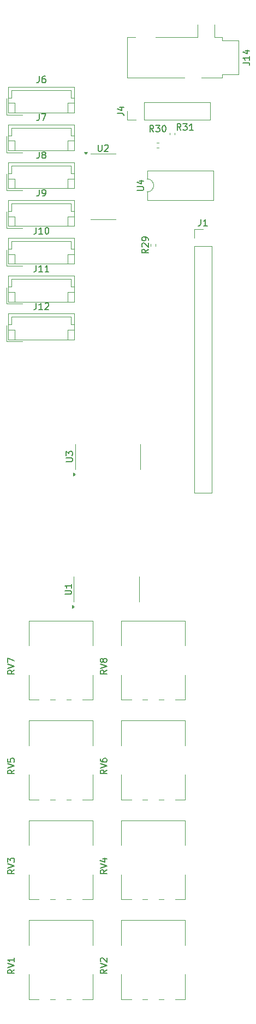
<source format=gbr>
%TF.GenerationSoftware,KiCad,Pcbnew,8.0.8*%
%TF.CreationDate,2025-03-24T10:48:50+01:00*%
%TF.ProjectId,Unit,556e6974-2e6b-4696-9361-645f70636258,rev?*%
%TF.SameCoordinates,Original*%
%TF.FileFunction,Legend,Top*%
%TF.FilePolarity,Positive*%
%FSLAX46Y46*%
G04 Gerber Fmt 4.6, Leading zero omitted, Abs format (unit mm)*
G04 Created by KiCad (PCBNEW 8.0.8) date 2025-03-24 10:48:50*
%MOMM*%
%LPD*%
G01*
G04 APERTURE LIST*
%ADD10C,0.150000*%
%ADD11C,0.120000*%
G04 APERTURE END LIST*
D10*
X160577015Y-32734819D02*
X160243682Y-32258628D01*
X160005587Y-32734819D02*
X160005587Y-31734819D01*
X160005587Y-31734819D02*
X160386539Y-31734819D01*
X160386539Y-31734819D02*
X160481777Y-31782438D01*
X160481777Y-31782438D02*
X160529396Y-31830057D01*
X160529396Y-31830057D02*
X160577015Y-31925295D01*
X160577015Y-31925295D02*
X160577015Y-32068152D01*
X160577015Y-32068152D02*
X160529396Y-32163390D01*
X160529396Y-32163390D02*
X160481777Y-32211009D01*
X160481777Y-32211009D02*
X160386539Y-32258628D01*
X160386539Y-32258628D02*
X160005587Y-32258628D01*
X160910349Y-31734819D02*
X161529396Y-31734819D01*
X161529396Y-31734819D02*
X161196063Y-32115771D01*
X161196063Y-32115771D02*
X161338920Y-32115771D01*
X161338920Y-32115771D02*
X161434158Y-32163390D01*
X161434158Y-32163390D02*
X161481777Y-32211009D01*
X161481777Y-32211009D02*
X161529396Y-32306247D01*
X161529396Y-32306247D02*
X161529396Y-32544342D01*
X161529396Y-32544342D02*
X161481777Y-32639580D01*
X161481777Y-32639580D02*
X161434158Y-32687200D01*
X161434158Y-32687200D02*
X161338920Y-32734819D01*
X161338920Y-32734819D02*
X161053206Y-32734819D01*
X161053206Y-32734819D02*
X160957968Y-32687200D01*
X160957968Y-32687200D02*
X160910349Y-32639580D01*
X162481777Y-32734819D02*
X161910349Y-32734819D01*
X162196063Y-32734819D02*
X162196063Y-31734819D01*
X162196063Y-31734819D02*
X162100825Y-31877676D01*
X162100825Y-31877676D02*
X162005587Y-31972914D01*
X162005587Y-31972914D02*
X161910349Y-32020533D01*
X134732356Y-131775238D02*
X134256165Y-132108571D01*
X134732356Y-132346666D02*
X133732356Y-132346666D01*
X133732356Y-132346666D02*
X133732356Y-131965714D01*
X133732356Y-131965714D02*
X133779975Y-131870476D01*
X133779975Y-131870476D02*
X133827594Y-131822857D01*
X133827594Y-131822857D02*
X133922832Y-131775238D01*
X133922832Y-131775238D02*
X134065689Y-131775238D01*
X134065689Y-131775238D02*
X134160927Y-131822857D01*
X134160927Y-131822857D02*
X134208546Y-131870476D01*
X134208546Y-131870476D02*
X134256165Y-131965714D01*
X134256165Y-131965714D02*
X134256165Y-132346666D01*
X133732356Y-131489523D02*
X134732356Y-131156190D01*
X134732356Y-131156190D02*
X133732356Y-130822857D01*
X133732356Y-130013333D02*
X133732356Y-130489523D01*
X133732356Y-130489523D02*
X134208546Y-130537142D01*
X134208546Y-130537142D02*
X134160927Y-130489523D01*
X134160927Y-130489523D02*
X134113308Y-130394285D01*
X134113308Y-130394285D02*
X134113308Y-130156190D01*
X134113308Y-130156190D02*
X134160927Y-130060952D01*
X134160927Y-130060952D02*
X134208546Y-130013333D01*
X134208546Y-130013333D02*
X134303784Y-129965714D01*
X134303784Y-129965714D02*
X134541879Y-129965714D01*
X134541879Y-129965714D02*
X134637117Y-130013333D01*
X134637117Y-130013333D02*
X134684737Y-130060952D01*
X134684737Y-130060952D02*
X134732356Y-130156190D01*
X134732356Y-130156190D02*
X134732356Y-130394285D01*
X134732356Y-130394285D02*
X134684737Y-130489523D01*
X134684737Y-130489523D02*
X134637117Y-130537142D01*
X138118013Y-47784819D02*
X138118013Y-48499104D01*
X138118013Y-48499104D02*
X138070394Y-48641961D01*
X138070394Y-48641961D02*
X137975156Y-48737200D01*
X137975156Y-48737200D02*
X137832299Y-48784819D01*
X137832299Y-48784819D02*
X137737061Y-48784819D01*
X139118013Y-48784819D02*
X138546585Y-48784819D01*
X138832299Y-48784819D02*
X138832299Y-47784819D01*
X138832299Y-47784819D02*
X138737061Y-47927676D01*
X138737061Y-47927676D02*
X138641823Y-48022914D01*
X138641823Y-48022914D02*
X138546585Y-48070533D01*
X139737061Y-47784819D02*
X139832299Y-47784819D01*
X139832299Y-47784819D02*
X139927537Y-47832438D01*
X139927537Y-47832438D02*
X139975156Y-47880057D01*
X139975156Y-47880057D02*
X140022775Y-47975295D01*
X140022775Y-47975295D02*
X140070394Y-48165771D01*
X140070394Y-48165771D02*
X140070394Y-48403866D01*
X140070394Y-48403866D02*
X140022775Y-48594342D01*
X140022775Y-48594342D02*
X139975156Y-48689580D01*
X139975156Y-48689580D02*
X139927537Y-48737200D01*
X139927537Y-48737200D02*
X139832299Y-48784819D01*
X139832299Y-48784819D02*
X139737061Y-48784819D01*
X139737061Y-48784819D02*
X139641823Y-48737200D01*
X139641823Y-48737200D02*
X139594204Y-48689580D01*
X139594204Y-48689580D02*
X139546585Y-48594342D01*
X139546585Y-48594342D02*
X139498966Y-48403866D01*
X139498966Y-48403866D02*
X139498966Y-48165771D01*
X139498966Y-48165771D02*
X139546585Y-47975295D01*
X139546585Y-47975295D02*
X139594204Y-47880057D01*
X139594204Y-47880057D02*
X139641823Y-47832438D01*
X139641823Y-47832438D02*
X139737061Y-47784819D01*
X138594203Y-41934819D02*
X138594203Y-42649104D01*
X138594203Y-42649104D02*
X138546584Y-42791961D01*
X138546584Y-42791961D02*
X138451346Y-42887200D01*
X138451346Y-42887200D02*
X138308489Y-42934819D01*
X138308489Y-42934819D02*
X138213251Y-42934819D01*
X139118013Y-42934819D02*
X139308489Y-42934819D01*
X139308489Y-42934819D02*
X139403727Y-42887200D01*
X139403727Y-42887200D02*
X139451346Y-42839580D01*
X139451346Y-42839580D02*
X139546584Y-42696723D01*
X139546584Y-42696723D02*
X139594203Y-42506247D01*
X139594203Y-42506247D02*
X139594203Y-42125295D01*
X139594203Y-42125295D02*
X139546584Y-42030057D01*
X139546584Y-42030057D02*
X139498965Y-41982438D01*
X139498965Y-41982438D02*
X139403727Y-41934819D01*
X139403727Y-41934819D02*
X139213251Y-41934819D01*
X139213251Y-41934819D02*
X139118013Y-41982438D01*
X139118013Y-41982438D02*
X139070394Y-42030057D01*
X139070394Y-42030057D02*
X139022775Y-42125295D01*
X139022775Y-42125295D02*
X139022775Y-42363390D01*
X139022775Y-42363390D02*
X139070394Y-42458628D01*
X139070394Y-42458628D02*
X139118013Y-42506247D01*
X139118013Y-42506247D02*
X139213251Y-42553866D01*
X139213251Y-42553866D02*
X139403727Y-42553866D01*
X139403727Y-42553866D02*
X139498965Y-42506247D01*
X139498965Y-42506247D02*
X139546584Y-42458628D01*
X139546584Y-42458628D02*
X139594203Y-42363390D01*
X138118013Y-59484819D02*
X138118013Y-60199104D01*
X138118013Y-60199104D02*
X138070394Y-60341961D01*
X138070394Y-60341961D02*
X137975156Y-60437200D01*
X137975156Y-60437200D02*
X137832299Y-60484819D01*
X137832299Y-60484819D02*
X137737061Y-60484819D01*
X139118013Y-60484819D02*
X138546585Y-60484819D01*
X138832299Y-60484819D02*
X138832299Y-59484819D01*
X138832299Y-59484819D02*
X138737061Y-59627676D01*
X138737061Y-59627676D02*
X138641823Y-59722914D01*
X138641823Y-59722914D02*
X138546585Y-59770533D01*
X139498966Y-59580057D02*
X139546585Y-59532438D01*
X139546585Y-59532438D02*
X139641823Y-59484819D01*
X139641823Y-59484819D02*
X139879918Y-59484819D01*
X139879918Y-59484819D02*
X139975156Y-59532438D01*
X139975156Y-59532438D02*
X140022775Y-59580057D01*
X140022775Y-59580057D02*
X140070394Y-59675295D01*
X140070394Y-59675295D02*
X140070394Y-59770533D01*
X140070394Y-59770533D02*
X140022775Y-59913390D01*
X140022775Y-59913390D02*
X139451347Y-60484819D01*
X139451347Y-60484819D02*
X140070394Y-60484819D01*
X138594203Y-36084819D02*
X138594203Y-36799104D01*
X138594203Y-36799104D02*
X138546584Y-36941961D01*
X138546584Y-36941961D02*
X138451346Y-37037200D01*
X138451346Y-37037200D02*
X138308489Y-37084819D01*
X138308489Y-37084819D02*
X138213251Y-37084819D01*
X139213251Y-36513390D02*
X139118013Y-36465771D01*
X139118013Y-36465771D02*
X139070394Y-36418152D01*
X139070394Y-36418152D02*
X139022775Y-36322914D01*
X139022775Y-36322914D02*
X139022775Y-36275295D01*
X139022775Y-36275295D02*
X139070394Y-36180057D01*
X139070394Y-36180057D02*
X139118013Y-36132438D01*
X139118013Y-36132438D02*
X139213251Y-36084819D01*
X139213251Y-36084819D02*
X139403727Y-36084819D01*
X139403727Y-36084819D02*
X139498965Y-36132438D01*
X139498965Y-36132438D02*
X139546584Y-36180057D01*
X139546584Y-36180057D02*
X139594203Y-36275295D01*
X139594203Y-36275295D02*
X139594203Y-36322914D01*
X139594203Y-36322914D02*
X139546584Y-36418152D01*
X139546584Y-36418152D02*
X139498965Y-36465771D01*
X139498965Y-36465771D02*
X139403727Y-36513390D01*
X139403727Y-36513390D02*
X139213251Y-36513390D01*
X139213251Y-36513390D02*
X139118013Y-36561009D01*
X139118013Y-36561009D02*
X139070394Y-36608628D01*
X139070394Y-36608628D02*
X139022775Y-36703866D01*
X139022775Y-36703866D02*
X139022775Y-36894342D01*
X139022775Y-36894342D02*
X139070394Y-36989580D01*
X139070394Y-36989580D02*
X139118013Y-37037200D01*
X139118013Y-37037200D02*
X139213251Y-37084819D01*
X139213251Y-37084819D02*
X139403727Y-37084819D01*
X139403727Y-37084819D02*
X139498965Y-37037200D01*
X139498965Y-37037200D02*
X139546584Y-36989580D01*
X139546584Y-36989580D02*
X139594203Y-36894342D01*
X139594203Y-36894342D02*
X139594203Y-36703866D01*
X139594203Y-36703866D02*
X139546584Y-36608628D01*
X139546584Y-36608628D02*
X139498965Y-36561009D01*
X139498965Y-36561009D02*
X139403727Y-36513390D01*
X170224692Y-22289523D02*
X170938977Y-22289523D01*
X170938977Y-22289523D02*
X171081834Y-22337142D01*
X171081834Y-22337142D02*
X171177073Y-22432380D01*
X171177073Y-22432380D02*
X171224692Y-22575237D01*
X171224692Y-22575237D02*
X171224692Y-22670475D01*
X171224692Y-21289523D02*
X171224692Y-21860951D01*
X171224692Y-21575237D02*
X170224692Y-21575237D01*
X170224692Y-21575237D02*
X170367549Y-21670475D01*
X170367549Y-21670475D02*
X170462787Y-21765713D01*
X170462787Y-21765713D02*
X170510406Y-21860951D01*
X170558025Y-20432380D02*
X171224692Y-20432380D01*
X170177073Y-20670475D02*
X170891358Y-20908570D01*
X170891358Y-20908570D02*
X170891358Y-20289523D01*
X142774692Y-84041904D02*
X143584215Y-84041904D01*
X143584215Y-84041904D02*
X143679453Y-83994285D01*
X143679453Y-83994285D02*
X143727073Y-83946666D01*
X143727073Y-83946666D02*
X143774692Y-83851428D01*
X143774692Y-83851428D02*
X143774692Y-83660952D01*
X143774692Y-83660952D02*
X143727073Y-83565714D01*
X143727073Y-83565714D02*
X143679453Y-83518095D01*
X143679453Y-83518095D02*
X143584215Y-83470476D01*
X143584215Y-83470476D02*
X142774692Y-83470476D01*
X142774692Y-83089523D02*
X142774692Y-82470476D01*
X142774692Y-82470476D02*
X143155644Y-82803809D01*
X143155644Y-82803809D02*
X143155644Y-82660952D01*
X143155644Y-82660952D02*
X143203263Y-82565714D01*
X143203263Y-82565714D02*
X143250882Y-82518095D01*
X143250882Y-82518095D02*
X143346120Y-82470476D01*
X143346120Y-82470476D02*
X143584215Y-82470476D01*
X143584215Y-82470476D02*
X143679453Y-82518095D01*
X143679453Y-82518095D02*
X143727073Y-82565714D01*
X143727073Y-82565714D02*
X143774692Y-82660952D01*
X143774692Y-82660952D02*
X143774692Y-82946666D01*
X143774692Y-82946666D02*
X143727073Y-83041904D01*
X143727073Y-83041904D02*
X143679453Y-83089523D01*
X150724692Y-30113333D02*
X151438977Y-30113333D01*
X151438977Y-30113333D02*
X151581834Y-30160952D01*
X151581834Y-30160952D02*
X151677073Y-30256190D01*
X151677073Y-30256190D02*
X151724692Y-30399047D01*
X151724692Y-30399047D02*
X151724692Y-30494285D01*
X151058025Y-29208571D02*
X151724692Y-29208571D01*
X150677073Y-29446666D02*
X151391358Y-29684761D01*
X151391358Y-29684761D02*
X151391358Y-29065714D01*
X134732356Y-162675238D02*
X134256165Y-163008571D01*
X134732356Y-163246666D02*
X133732356Y-163246666D01*
X133732356Y-163246666D02*
X133732356Y-162865714D01*
X133732356Y-162865714D02*
X133779975Y-162770476D01*
X133779975Y-162770476D02*
X133827594Y-162722857D01*
X133827594Y-162722857D02*
X133922832Y-162675238D01*
X133922832Y-162675238D02*
X134065689Y-162675238D01*
X134065689Y-162675238D02*
X134160927Y-162722857D01*
X134160927Y-162722857D02*
X134208546Y-162770476D01*
X134208546Y-162770476D02*
X134256165Y-162865714D01*
X134256165Y-162865714D02*
X134256165Y-163246666D01*
X133732356Y-162389523D02*
X134732356Y-162056190D01*
X134732356Y-162056190D02*
X133732356Y-161722857D01*
X134732356Y-160865714D02*
X134732356Y-161437142D01*
X134732356Y-161151428D02*
X133732356Y-161151428D01*
X133732356Y-161151428D02*
X133875213Y-161246666D01*
X133875213Y-161246666D02*
X133970451Y-161341904D01*
X133970451Y-161341904D02*
X134018070Y-161437142D01*
X138118013Y-53634819D02*
X138118013Y-54349104D01*
X138118013Y-54349104D02*
X138070394Y-54491961D01*
X138070394Y-54491961D02*
X137975156Y-54587200D01*
X137975156Y-54587200D02*
X137832299Y-54634819D01*
X137832299Y-54634819D02*
X137737061Y-54634819D01*
X139118013Y-54634819D02*
X138546585Y-54634819D01*
X138832299Y-54634819D02*
X138832299Y-53634819D01*
X138832299Y-53634819D02*
X138737061Y-53777676D01*
X138737061Y-53777676D02*
X138641823Y-53872914D01*
X138641823Y-53872914D02*
X138546585Y-53920533D01*
X140070394Y-54634819D02*
X139498966Y-54634819D01*
X139784680Y-54634819D02*
X139784680Y-53634819D01*
X139784680Y-53634819D02*
X139689442Y-53777676D01*
X139689442Y-53777676D02*
X139594204Y-53872914D01*
X139594204Y-53872914D02*
X139498966Y-53920533D01*
X149082356Y-147225238D02*
X148606165Y-147558571D01*
X149082356Y-147796666D02*
X148082356Y-147796666D01*
X148082356Y-147796666D02*
X148082356Y-147415714D01*
X148082356Y-147415714D02*
X148129975Y-147320476D01*
X148129975Y-147320476D02*
X148177594Y-147272857D01*
X148177594Y-147272857D02*
X148272832Y-147225238D01*
X148272832Y-147225238D02*
X148415689Y-147225238D01*
X148415689Y-147225238D02*
X148510927Y-147272857D01*
X148510927Y-147272857D02*
X148558546Y-147320476D01*
X148558546Y-147320476D02*
X148606165Y-147415714D01*
X148606165Y-147415714D02*
X148606165Y-147796666D01*
X148082356Y-146939523D02*
X149082356Y-146606190D01*
X149082356Y-146606190D02*
X148082356Y-146272857D01*
X148415689Y-145510952D02*
X149082356Y-145510952D01*
X148034737Y-145749047D02*
X148749022Y-145987142D01*
X148749022Y-145987142D02*
X148749022Y-145368095D01*
X147732968Y-35009819D02*
X147732968Y-35819342D01*
X147732968Y-35819342D02*
X147780587Y-35914580D01*
X147780587Y-35914580D02*
X147828206Y-35962200D01*
X147828206Y-35962200D02*
X147923444Y-36009819D01*
X147923444Y-36009819D02*
X148113920Y-36009819D01*
X148113920Y-36009819D02*
X148209158Y-35962200D01*
X148209158Y-35962200D02*
X148256777Y-35914580D01*
X148256777Y-35914580D02*
X148304396Y-35819342D01*
X148304396Y-35819342D02*
X148304396Y-35009819D01*
X148732968Y-35105057D02*
X148780587Y-35057438D01*
X148780587Y-35057438D02*
X148875825Y-35009819D01*
X148875825Y-35009819D02*
X149113920Y-35009819D01*
X149113920Y-35009819D02*
X149209158Y-35057438D01*
X149209158Y-35057438D02*
X149256777Y-35105057D01*
X149256777Y-35105057D02*
X149304396Y-35200295D01*
X149304396Y-35200295D02*
X149304396Y-35295533D01*
X149304396Y-35295533D02*
X149256777Y-35438390D01*
X149256777Y-35438390D02*
X148685349Y-36009819D01*
X148685349Y-36009819D02*
X149304396Y-36009819D01*
X149082356Y-116325238D02*
X148606165Y-116658571D01*
X149082356Y-116896666D02*
X148082356Y-116896666D01*
X148082356Y-116896666D02*
X148082356Y-116515714D01*
X148082356Y-116515714D02*
X148129975Y-116420476D01*
X148129975Y-116420476D02*
X148177594Y-116372857D01*
X148177594Y-116372857D02*
X148272832Y-116325238D01*
X148272832Y-116325238D02*
X148415689Y-116325238D01*
X148415689Y-116325238D02*
X148510927Y-116372857D01*
X148510927Y-116372857D02*
X148558546Y-116420476D01*
X148558546Y-116420476D02*
X148606165Y-116515714D01*
X148606165Y-116515714D02*
X148606165Y-116896666D01*
X148082356Y-116039523D02*
X149082356Y-115706190D01*
X149082356Y-115706190D02*
X148082356Y-115372857D01*
X148510927Y-114896666D02*
X148463308Y-114991904D01*
X148463308Y-114991904D02*
X148415689Y-115039523D01*
X148415689Y-115039523D02*
X148320451Y-115087142D01*
X148320451Y-115087142D02*
X148272832Y-115087142D01*
X148272832Y-115087142D02*
X148177594Y-115039523D01*
X148177594Y-115039523D02*
X148129975Y-114991904D01*
X148129975Y-114991904D02*
X148082356Y-114896666D01*
X148082356Y-114896666D02*
X148082356Y-114706190D01*
X148082356Y-114706190D02*
X148129975Y-114610952D01*
X148129975Y-114610952D02*
X148177594Y-114563333D01*
X148177594Y-114563333D02*
X148272832Y-114515714D01*
X148272832Y-114515714D02*
X148320451Y-114515714D01*
X148320451Y-114515714D02*
X148415689Y-114563333D01*
X148415689Y-114563333D02*
X148463308Y-114610952D01*
X148463308Y-114610952D02*
X148510927Y-114706190D01*
X148510927Y-114706190D02*
X148510927Y-114896666D01*
X148510927Y-114896666D02*
X148558546Y-114991904D01*
X148558546Y-114991904D02*
X148606165Y-115039523D01*
X148606165Y-115039523D02*
X148701403Y-115087142D01*
X148701403Y-115087142D02*
X148891879Y-115087142D01*
X148891879Y-115087142D02*
X148987117Y-115039523D01*
X148987117Y-115039523D02*
X149034737Y-114991904D01*
X149034737Y-114991904D02*
X149082356Y-114896666D01*
X149082356Y-114896666D02*
X149082356Y-114706190D01*
X149082356Y-114706190D02*
X149034737Y-114610952D01*
X149034737Y-114610952D02*
X148987117Y-114563333D01*
X148987117Y-114563333D02*
X148891879Y-114515714D01*
X148891879Y-114515714D02*
X148701403Y-114515714D01*
X148701403Y-114515714D02*
X148606165Y-114563333D01*
X148606165Y-114563333D02*
X148558546Y-114610952D01*
X148558546Y-114610952D02*
X148510927Y-114706190D01*
X149082356Y-162675238D02*
X148606165Y-163008571D01*
X149082356Y-163246666D02*
X148082356Y-163246666D01*
X148082356Y-163246666D02*
X148082356Y-162865714D01*
X148082356Y-162865714D02*
X148129975Y-162770476D01*
X148129975Y-162770476D02*
X148177594Y-162722857D01*
X148177594Y-162722857D02*
X148272832Y-162675238D01*
X148272832Y-162675238D02*
X148415689Y-162675238D01*
X148415689Y-162675238D02*
X148510927Y-162722857D01*
X148510927Y-162722857D02*
X148558546Y-162770476D01*
X148558546Y-162770476D02*
X148606165Y-162865714D01*
X148606165Y-162865714D02*
X148606165Y-163246666D01*
X148082356Y-162389523D02*
X149082356Y-162056190D01*
X149082356Y-162056190D02*
X148082356Y-161722857D01*
X148177594Y-161437142D02*
X148129975Y-161389523D01*
X148129975Y-161389523D02*
X148082356Y-161294285D01*
X148082356Y-161294285D02*
X148082356Y-161056190D01*
X148082356Y-161056190D02*
X148129975Y-160960952D01*
X148129975Y-160960952D02*
X148177594Y-160913333D01*
X148177594Y-160913333D02*
X148272832Y-160865714D01*
X148272832Y-160865714D02*
X148368070Y-160865714D01*
X148368070Y-160865714D02*
X148510927Y-160913333D01*
X148510927Y-160913333D02*
X149082356Y-161484761D01*
X149082356Y-161484761D02*
X149082356Y-160865714D01*
X134732356Y-116325238D02*
X134256165Y-116658571D01*
X134732356Y-116896666D02*
X133732356Y-116896666D01*
X133732356Y-116896666D02*
X133732356Y-116515714D01*
X133732356Y-116515714D02*
X133779975Y-116420476D01*
X133779975Y-116420476D02*
X133827594Y-116372857D01*
X133827594Y-116372857D02*
X133922832Y-116325238D01*
X133922832Y-116325238D02*
X134065689Y-116325238D01*
X134065689Y-116325238D02*
X134160927Y-116372857D01*
X134160927Y-116372857D02*
X134208546Y-116420476D01*
X134208546Y-116420476D02*
X134256165Y-116515714D01*
X134256165Y-116515714D02*
X134256165Y-116896666D01*
X133732356Y-116039523D02*
X134732356Y-115706190D01*
X134732356Y-115706190D02*
X133732356Y-115372857D01*
X133732356Y-115134761D02*
X133732356Y-114468095D01*
X133732356Y-114468095D02*
X134732356Y-114896666D01*
X156327015Y-32984819D02*
X155993682Y-32508628D01*
X155755587Y-32984819D02*
X155755587Y-31984819D01*
X155755587Y-31984819D02*
X156136539Y-31984819D01*
X156136539Y-31984819D02*
X156231777Y-32032438D01*
X156231777Y-32032438D02*
X156279396Y-32080057D01*
X156279396Y-32080057D02*
X156327015Y-32175295D01*
X156327015Y-32175295D02*
X156327015Y-32318152D01*
X156327015Y-32318152D02*
X156279396Y-32413390D01*
X156279396Y-32413390D02*
X156231777Y-32461009D01*
X156231777Y-32461009D02*
X156136539Y-32508628D01*
X156136539Y-32508628D02*
X155755587Y-32508628D01*
X156660349Y-31984819D02*
X157279396Y-31984819D01*
X157279396Y-31984819D02*
X156946063Y-32365771D01*
X156946063Y-32365771D02*
X157088920Y-32365771D01*
X157088920Y-32365771D02*
X157184158Y-32413390D01*
X157184158Y-32413390D02*
X157231777Y-32461009D01*
X157231777Y-32461009D02*
X157279396Y-32556247D01*
X157279396Y-32556247D02*
X157279396Y-32794342D01*
X157279396Y-32794342D02*
X157231777Y-32889580D01*
X157231777Y-32889580D02*
X157184158Y-32937200D01*
X157184158Y-32937200D02*
X157088920Y-32984819D01*
X157088920Y-32984819D02*
X156803206Y-32984819D01*
X156803206Y-32984819D02*
X156707968Y-32937200D01*
X156707968Y-32937200D02*
X156660349Y-32889580D01*
X157898444Y-31984819D02*
X157993682Y-31984819D01*
X157993682Y-31984819D02*
X158088920Y-32032438D01*
X158088920Y-32032438D02*
X158136539Y-32080057D01*
X158136539Y-32080057D02*
X158184158Y-32175295D01*
X158184158Y-32175295D02*
X158231777Y-32365771D01*
X158231777Y-32365771D02*
X158231777Y-32603866D01*
X158231777Y-32603866D02*
X158184158Y-32794342D01*
X158184158Y-32794342D02*
X158136539Y-32889580D01*
X158136539Y-32889580D02*
X158088920Y-32937200D01*
X158088920Y-32937200D02*
X157993682Y-32984819D01*
X157993682Y-32984819D02*
X157898444Y-32984819D01*
X157898444Y-32984819D02*
X157803206Y-32937200D01*
X157803206Y-32937200D02*
X157755587Y-32889580D01*
X157755587Y-32889580D02*
X157707968Y-32794342D01*
X157707968Y-32794342D02*
X157660349Y-32603866D01*
X157660349Y-32603866D02*
X157660349Y-32365771D01*
X157660349Y-32365771D02*
X157707968Y-32175295D01*
X157707968Y-32175295D02*
X157755587Y-32080057D01*
X157755587Y-32080057D02*
X157803206Y-32032438D01*
X157803206Y-32032438D02*
X157898444Y-31984819D01*
X142577356Y-104566904D02*
X143386879Y-104566904D01*
X143386879Y-104566904D02*
X143482117Y-104519285D01*
X143482117Y-104519285D02*
X143529737Y-104471666D01*
X143529737Y-104471666D02*
X143577356Y-104376428D01*
X143577356Y-104376428D02*
X143577356Y-104185952D01*
X143577356Y-104185952D02*
X143529737Y-104090714D01*
X143529737Y-104090714D02*
X143482117Y-104043095D01*
X143482117Y-104043095D02*
X143386879Y-103995476D01*
X143386879Y-103995476D02*
X142577356Y-103995476D01*
X143577356Y-102995476D02*
X143577356Y-103566904D01*
X143577356Y-103281190D02*
X142577356Y-103281190D01*
X142577356Y-103281190D02*
X142720213Y-103376428D01*
X142720213Y-103376428D02*
X142815451Y-103471666D01*
X142815451Y-103471666D02*
X142863070Y-103566904D01*
X138594203Y-24384819D02*
X138594203Y-25099104D01*
X138594203Y-25099104D02*
X138546584Y-25241961D01*
X138546584Y-25241961D02*
X138451346Y-25337200D01*
X138451346Y-25337200D02*
X138308489Y-25384819D01*
X138308489Y-25384819D02*
X138213251Y-25384819D01*
X139498965Y-24384819D02*
X139308489Y-24384819D01*
X139308489Y-24384819D02*
X139213251Y-24432438D01*
X139213251Y-24432438D02*
X139165632Y-24480057D01*
X139165632Y-24480057D02*
X139070394Y-24622914D01*
X139070394Y-24622914D02*
X139022775Y-24813390D01*
X139022775Y-24813390D02*
X139022775Y-25194342D01*
X139022775Y-25194342D02*
X139070394Y-25289580D01*
X139070394Y-25289580D02*
X139118013Y-25337200D01*
X139118013Y-25337200D02*
X139213251Y-25384819D01*
X139213251Y-25384819D02*
X139403727Y-25384819D01*
X139403727Y-25384819D02*
X139498965Y-25337200D01*
X139498965Y-25337200D02*
X139546584Y-25289580D01*
X139546584Y-25289580D02*
X139594203Y-25194342D01*
X139594203Y-25194342D02*
X139594203Y-24956247D01*
X139594203Y-24956247D02*
X139546584Y-24861009D01*
X139546584Y-24861009D02*
X139498965Y-24813390D01*
X139498965Y-24813390D02*
X139403727Y-24765771D01*
X139403727Y-24765771D02*
X139213251Y-24765771D01*
X139213251Y-24765771D02*
X139118013Y-24813390D01*
X139118013Y-24813390D02*
X139070394Y-24861009D01*
X139070394Y-24861009D02*
X139022775Y-24956247D01*
X153794692Y-42056904D02*
X154604215Y-42056904D01*
X154604215Y-42056904D02*
X154699453Y-42009285D01*
X154699453Y-42009285D02*
X154747073Y-41961666D01*
X154747073Y-41961666D02*
X154794692Y-41866428D01*
X154794692Y-41866428D02*
X154794692Y-41675952D01*
X154794692Y-41675952D02*
X154747073Y-41580714D01*
X154747073Y-41580714D02*
X154699453Y-41533095D01*
X154699453Y-41533095D02*
X154604215Y-41485476D01*
X154604215Y-41485476D02*
X153794692Y-41485476D01*
X154128025Y-40580714D02*
X154794692Y-40580714D01*
X153747073Y-40818809D02*
X154461358Y-41056904D01*
X154461358Y-41056904D02*
X154461358Y-40437857D01*
X163666666Y-46544819D02*
X163666666Y-47259104D01*
X163666666Y-47259104D02*
X163619047Y-47401961D01*
X163619047Y-47401961D02*
X163523809Y-47497200D01*
X163523809Y-47497200D02*
X163380952Y-47544819D01*
X163380952Y-47544819D02*
X163285714Y-47544819D01*
X164666666Y-47544819D02*
X164095238Y-47544819D01*
X164380952Y-47544819D02*
X164380952Y-46544819D01*
X164380952Y-46544819D02*
X164285714Y-46687676D01*
X164285714Y-46687676D02*
X164190476Y-46782914D01*
X164190476Y-46782914D02*
X164095238Y-46830533D01*
X134732356Y-147225238D02*
X134256165Y-147558571D01*
X134732356Y-147796666D02*
X133732356Y-147796666D01*
X133732356Y-147796666D02*
X133732356Y-147415714D01*
X133732356Y-147415714D02*
X133779975Y-147320476D01*
X133779975Y-147320476D02*
X133827594Y-147272857D01*
X133827594Y-147272857D02*
X133922832Y-147225238D01*
X133922832Y-147225238D02*
X134065689Y-147225238D01*
X134065689Y-147225238D02*
X134160927Y-147272857D01*
X134160927Y-147272857D02*
X134208546Y-147320476D01*
X134208546Y-147320476D02*
X134256165Y-147415714D01*
X134256165Y-147415714D02*
X134256165Y-147796666D01*
X133732356Y-146939523D02*
X134732356Y-146606190D01*
X134732356Y-146606190D02*
X133732356Y-146272857D01*
X133732356Y-146034761D02*
X133732356Y-145415714D01*
X133732356Y-145415714D02*
X134113308Y-145749047D01*
X134113308Y-145749047D02*
X134113308Y-145606190D01*
X134113308Y-145606190D02*
X134160927Y-145510952D01*
X134160927Y-145510952D02*
X134208546Y-145463333D01*
X134208546Y-145463333D02*
X134303784Y-145415714D01*
X134303784Y-145415714D02*
X134541879Y-145415714D01*
X134541879Y-145415714D02*
X134637117Y-145463333D01*
X134637117Y-145463333D02*
X134684737Y-145510952D01*
X134684737Y-145510952D02*
X134732356Y-145606190D01*
X134732356Y-145606190D02*
X134732356Y-145891904D01*
X134732356Y-145891904D02*
X134684737Y-145987142D01*
X134684737Y-145987142D02*
X134637117Y-146034761D01*
X149082356Y-131775238D02*
X148606165Y-132108571D01*
X149082356Y-132346666D02*
X148082356Y-132346666D01*
X148082356Y-132346666D02*
X148082356Y-131965714D01*
X148082356Y-131965714D02*
X148129975Y-131870476D01*
X148129975Y-131870476D02*
X148177594Y-131822857D01*
X148177594Y-131822857D02*
X148272832Y-131775238D01*
X148272832Y-131775238D02*
X148415689Y-131775238D01*
X148415689Y-131775238D02*
X148510927Y-131822857D01*
X148510927Y-131822857D02*
X148558546Y-131870476D01*
X148558546Y-131870476D02*
X148606165Y-131965714D01*
X148606165Y-131965714D02*
X148606165Y-132346666D01*
X148082356Y-131489523D02*
X149082356Y-131156190D01*
X149082356Y-131156190D02*
X148082356Y-130822857D01*
X148082356Y-130060952D02*
X148082356Y-130251428D01*
X148082356Y-130251428D02*
X148129975Y-130346666D01*
X148129975Y-130346666D02*
X148177594Y-130394285D01*
X148177594Y-130394285D02*
X148320451Y-130489523D01*
X148320451Y-130489523D02*
X148510927Y-130537142D01*
X148510927Y-130537142D02*
X148891879Y-130537142D01*
X148891879Y-130537142D02*
X148987117Y-130489523D01*
X148987117Y-130489523D02*
X149034737Y-130441904D01*
X149034737Y-130441904D02*
X149082356Y-130346666D01*
X149082356Y-130346666D02*
X149082356Y-130156190D01*
X149082356Y-130156190D02*
X149034737Y-130060952D01*
X149034737Y-130060952D02*
X148987117Y-130013333D01*
X148987117Y-130013333D02*
X148891879Y-129965714D01*
X148891879Y-129965714D02*
X148653784Y-129965714D01*
X148653784Y-129965714D02*
X148558546Y-130013333D01*
X148558546Y-130013333D02*
X148510927Y-130060952D01*
X148510927Y-130060952D02*
X148463308Y-130156190D01*
X148463308Y-130156190D02*
X148463308Y-130346666D01*
X148463308Y-130346666D02*
X148510927Y-130441904D01*
X148510927Y-130441904D02*
X148558546Y-130489523D01*
X148558546Y-130489523D02*
X148653784Y-130537142D01*
X138594203Y-30234819D02*
X138594203Y-30949104D01*
X138594203Y-30949104D02*
X138546584Y-31091961D01*
X138546584Y-31091961D02*
X138451346Y-31187200D01*
X138451346Y-31187200D02*
X138308489Y-31234819D01*
X138308489Y-31234819D02*
X138213251Y-31234819D01*
X138975156Y-30234819D02*
X139641822Y-30234819D01*
X139641822Y-30234819D02*
X139213251Y-31234819D01*
X155504692Y-51172857D02*
X155028501Y-51506190D01*
X155504692Y-51744285D02*
X154504692Y-51744285D01*
X154504692Y-51744285D02*
X154504692Y-51363333D01*
X154504692Y-51363333D02*
X154552311Y-51268095D01*
X154552311Y-51268095D02*
X154599930Y-51220476D01*
X154599930Y-51220476D02*
X154695168Y-51172857D01*
X154695168Y-51172857D02*
X154838025Y-51172857D01*
X154838025Y-51172857D02*
X154933263Y-51220476D01*
X154933263Y-51220476D02*
X154980882Y-51268095D01*
X154980882Y-51268095D02*
X155028501Y-51363333D01*
X155028501Y-51363333D02*
X155028501Y-51744285D01*
X154599930Y-50791904D02*
X154552311Y-50744285D01*
X154552311Y-50744285D02*
X154504692Y-50649047D01*
X154504692Y-50649047D02*
X154504692Y-50410952D01*
X154504692Y-50410952D02*
X154552311Y-50315714D01*
X154552311Y-50315714D02*
X154599930Y-50268095D01*
X154599930Y-50268095D02*
X154695168Y-50220476D01*
X154695168Y-50220476D02*
X154790406Y-50220476D01*
X154790406Y-50220476D02*
X154933263Y-50268095D01*
X154933263Y-50268095D02*
X155504692Y-50839523D01*
X155504692Y-50839523D02*
X155504692Y-50220476D01*
X155504692Y-49744285D02*
X155504692Y-49553809D01*
X155504692Y-49553809D02*
X155457073Y-49458571D01*
X155457073Y-49458571D02*
X155409453Y-49410952D01*
X155409453Y-49410952D02*
X155266596Y-49315714D01*
X155266596Y-49315714D02*
X155076120Y-49268095D01*
X155076120Y-49268095D02*
X154695168Y-49268095D01*
X154695168Y-49268095D02*
X154599930Y-49315714D01*
X154599930Y-49315714D02*
X154552311Y-49363333D01*
X154552311Y-49363333D02*
X154504692Y-49458571D01*
X154504692Y-49458571D02*
X154504692Y-49649047D01*
X154504692Y-49649047D02*
X154552311Y-49744285D01*
X154552311Y-49744285D02*
X154599930Y-49791904D01*
X154599930Y-49791904D02*
X154695168Y-49839523D01*
X154695168Y-49839523D02*
X154933263Y-49839523D01*
X154933263Y-49839523D02*
X155028501Y-49791904D01*
X155028501Y-49791904D02*
X155076120Y-49744285D01*
X155076120Y-49744285D02*
X155123739Y-49649047D01*
X155123739Y-49649047D02*
X155123739Y-49458571D01*
X155123739Y-49458571D02*
X155076120Y-49363333D01*
X155076120Y-49363333D02*
X155028501Y-49315714D01*
X155028501Y-49315714D02*
X154933263Y-49268095D01*
D11*
%TO.C,R31*%
X158839873Y-33126359D02*
X158839873Y-33433641D01*
X159599873Y-33126359D02*
X159599873Y-33433641D01*
%TO.C,RV5*%
X136957537Y-124110000D02*
X146897537Y-124110000D01*
X136957537Y-127975000D02*
X136957537Y-124110000D01*
X136957537Y-136350000D02*
X136957537Y-132485000D01*
X136957537Y-136350000D02*
X138556537Y-136350000D01*
X140298537Y-136350000D02*
X141057537Y-136350000D01*
X142798537Y-136350000D02*
X143557537Y-136350000D01*
X145297537Y-136350000D02*
X146897537Y-136350000D01*
X146897537Y-127975000D02*
X146897537Y-124110000D01*
X146897537Y-136350000D02*
X146897537Y-132485000D01*
%TO.C,J10*%
X133517537Y-51240000D02*
X133517537Y-53740000D01*
X133517537Y-53740000D02*
X136017537Y-53740000D01*
X133817537Y-49420000D02*
X133817537Y-53440000D01*
X133817537Y-51130000D02*
X134317537Y-51130000D01*
X133817537Y-51940000D02*
X134817537Y-51940000D01*
X133817537Y-53440000D02*
X144037537Y-53440000D01*
X134317537Y-49920000D02*
X143537537Y-49920000D01*
X134317537Y-51130000D02*
X134317537Y-49920000D01*
X134817537Y-51940000D02*
X134817537Y-53440000D01*
X143037537Y-51940000D02*
X143037537Y-53440000D01*
X143537537Y-49920000D02*
X143537537Y-51130000D01*
X143537537Y-51130000D02*
X144037537Y-51130000D01*
X144037537Y-49420000D02*
X133817537Y-49420000D01*
X144037537Y-51940000D02*
X143037537Y-51940000D01*
X144037537Y-53440000D02*
X144037537Y-49420000D01*
%TO.C,J9*%
X133517537Y-45390000D02*
X133517537Y-47890000D01*
X133517537Y-47890000D02*
X136017537Y-47890000D01*
X133817537Y-43570000D02*
X133817537Y-47590000D01*
X133817537Y-45280000D02*
X134317537Y-45280000D01*
X133817537Y-46090000D02*
X134817537Y-46090000D01*
X133817537Y-47590000D02*
X144037537Y-47590000D01*
X134317537Y-44070000D02*
X143537537Y-44070000D01*
X134317537Y-45280000D02*
X134317537Y-44070000D01*
X134817537Y-46090000D02*
X134817537Y-47590000D01*
X143037537Y-46090000D02*
X143037537Y-47590000D01*
X143537537Y-44070000D02*
X143537537Y-45280000D01*
X143537537Y-45280000D02*
X144037537Y-45280000D01*
X144037537Y-43570000D02*
X133817537Y-43570000D01*
X144037537Y-46090000D02*
X143037537Y-46090000D01*
X144037537Y-47590000D02*
X144037537Y-43570000D01*
%TO.C,J12*%
X133517537Y-62940000D02*
X133517537Y-65440000D01*
X133517537Y-65440000D02*
X136017537Y-65440000D01*
X133817537Y-61120000D02*
X133817537Y-65140000D01*
X133817537Y-62830000D02*
X134317537Y-62830000D01*
X133817537Y-63640000D02*
X134817537Y-63640000D01*
X133817537Y-65140000D02*
X144037537Y-65140000D01*
X134317537Y-61620000D02*
X143537537Y-61620000D01*
X134317537Y-62830000D02*
X134317537Y-61620000D01*
X134817537Y-63640000D02*
X134817537Y-65140000D01*
X143037537Y-63640000D02*
X143037537Y-65140000D01*
X143537537Y-61620000D02*
X143537537Y-62830000D01*
X143537537Y-62830000D02*
X144037537Y-62830000D01*
X144037537Y-61120000D02*
X133817537Y-61120000D01*
X144037537Y-63640000D02*
X143037537Y-63640000D01*
X144037537Y-65140000D02*
X144037537Y-61120000D01*
%TO.C,J8*%
X133517537Y-39540000D02*
X133517537Y-42040000D01*
X133517537Y-42040000D02*
X136017537Y-42040000D01*
X133817537Y-37720000D02*
X133817537Y-41740000D01*
X133817537Y-39430000D02*
X134317537Y-39430000D01*
X133817537Y-40240000D02*
X134817537Y-40240000D01*
X133817537Y-41740000D02*
X144037537Y-41740000D01*
X134317537Y-38220000D02*
X143537537Y-38220000D01*
X134317537Y-39430000D02*
X134317537Y-38220000D01*
X134817537Y-40240000D02*
X134817537Y-41740000D01*
X143037537Y-40240000D02*
X143037537Y-41740000D01*
X143537537Y-38220000D02*
X143537537Y-39430000D01*
X143537537Y-39430000D02*
X144037537Y-39430000D01*
X144037537Y-37720000D02*
X133817537Y-37720000D01*
X144037537Y-40240000D02*
X143037537Y-40240000D01*
X144037537Y-41740000D02*
X144037537Y-37720000D01*
%TO.C,J14*%
X152269873Y-18380000D02*
X153469873Y-18380000D01*
X152269873Y-24580000D02*
X152269873Y-18380000D01*
X156669873Y-18380000D02*
X163169873Y-18380000D01*
X161169873Y-24580000D02*
X152269873Y-24580000D01*
X163169873Y-18380000D02*
X163169873Y-16380000D01*
X165769873Y-18380000D02*
X165769873Y-16380000D01*
X165769873Y-18380000D02*
X166969873Y-18380000D01*
X166969873Y-18380000D02*
X166969873Y-18880000D01*
X166969873Y-18880000D02*
X169469873Y-18880000D01*
X166969873Y-24080000D02*
X166969873Y-24580000D01*
X166969873Y-24580000D02*
X163769873Y-24580000D01*
X169469873Y-18880000D02*
X169469873Y-24080000D01*
X169469873Y-24080000D02*
X166969873Y-24080000D01*
%TO.C,U3*%
X144159873Y-83280000D02*
X144159873Y-81330000D01*
X144159873Y-83280000D02*
X144159873Y-85230000D01*
X154279873Y-83280000D02*
X154279873Y-81330000D01*
X154279873Y-83280000D02*
X154279873Y-85230000D01*
X144214873Y-85980000D02*
X143884873Y-86220000D01*
X143884873Y-85740000D01*
X144214873Y-85980000D01*
G36*
X144214873Y-85980000D02*
G01*
X143884873Y-86220000D01*
X143884873Y-85740000D01*
X144214873Y-85980000D01*
G37*
%TO.C,J4*%
X152269873Y-31110000D02*
X152269873Y-29780000D01*
X153599873Y-31110000D02*
X152269873Y-31110000D01*
X154869873Y-28450000D02*
X165089873Y-28450000D01*
X154869873Y-31110000D02*
X154869873Y-28450000D01*
X154869873Y-31110000D02*
X165089873Y-31110000D01*
X165089873Y-31110000D02*
X165089873Y-28450000D01*
%TO.C,RV1*%
X136957537Y-155010000D02*
X146897537Y-155010000D01*
X136957537Y-158875000D02*
X136957537Y-155010000D01*
X136957537Y-167250000D02*
X136957537Y-163385000D01*
X136957537Y-167250000D02*
X138556537Y-167250000D01*
X140298537Y-167250000D02*
X141057537Y-167250000D01*
X142798537Y-167250000D02*
X143557537Y-167250000D01*
X145297537Y-167250000D02*
X146897537Y-167250000D01*
X146897537Y-158875000D02*
X146897537Y-155010000D01*
X146897537Y-167250000D02*
X146897537Y-163385000D01*
%TO.C,J11*%
X133517537Y-57090000D02*
X133517537Y-59590000D01*
X133517537Y-59590000D02*
X136017537Y-59590000D01*
X133817537Y-55270000D02*
X133817537Y-59290000D01*
X133817537Y-56980000D02*
X134317537Y-56980000D01*
X133817537Y-57790000D02*
X134817537Y-57790000D01*
X133817537Y-59290000D02*
X144037537Y-59290000D01*
X134317537Y-55770000D02*
X143537537Y-55770000D01*
X134317537Y-56980000D02*
X134317537Y-55770000D01*
X134817537Y-57790000D02*
X134817537Y-59290000D01*
X143037537Y-57790000D02*
X143037537Y-59290000D01*
X143537537Y-55770000D02*
X143537537Y-56980000D01*
X143537537Y-56980000D02*
X144037537Y-56980000D01*
X144037537Y-55270000D02*
X133817537Y-55270000D01*
X144037537Y-57790000D02*
X143037537Y-57790000D01*
X144037537Y-59290000D02*
X144037537Y-55270000D01*
%TO.C,RV4*%
X151307537Y-139560000D02*
X161247537Y-139560000D01*
X151307537Y-143425000D02*
X151307537Y-139560000D01*
X151307537Y-151800000D02*
X151307537Y-147935000D01*
X151307537Y-151800000D02*
X152906537Y-151800000D01*
X154648537Y-151800000D02*
X155407537Y-151800000D01*
X157148537Y-151800000D02*
X157907537Y-151800000D01*
X159647537Y-151800000D02*
X161247537Y-151800000D01*
X161247537Y-143425000D02*
X161247537Y-139560000D01*
X161247537Y-151800000D02*
X161247537Y-147935000D01*
%TO.C,U2*%
X148494873Y-36395000D02*
X146544873Y-36395000D01*
X148494873Y-36395000D02*
X150444873Y-36395000D01*
X148494873Y-46515000D02*
X146544873Y-46515000D01*
X148494873Y-46515000D02*
X150444873Y-46515000D01*
X145794873Y-36450000D02*
X145554873Y-36120000D01*
X146034873Y-36120000D01*
X145794873Y-36450000D01*
G36*
X145794873Y-36450000D02*
G01*
X145554873Y-36120000D01*
X146034873Y-36120000D01*
X145794873Y-36450000D01*
G37*
%TO.C,RV8*%
X151307537Y-108660000D02*
X161247537Y-108660000D01*
X151307537Y-112525000D02*
X151307537Y-108660000D01*
X151307537Y-120900000D02*
X151307537Y-117035000D01*
X151307537Y-120900000D02*
X152906537Y-120900000D01*
X154648537Y-120900000D02*
X155407537Y-120900000D01*
X157148537Y-120900000D02*
X157907537Y-120900000D01*
X159647537Y-120900000D02*
X161247537Y-120900000D01*
X161247537Y-112525000D02*
X161247537Y-108660000D01*
X161247537Y-120900000D02*
X161247537Y-117035000D01*
%TO.C,RV2*%
X151307537Y-155010000D02*
X161247537Y-155010000D01*
X151307537Y-158875000D02*
X151307537Y-155010000D01*
X151307537Y-167250000D02*
X151307537Y-163385000D01*
X151307537Y-167250000D02*
X152906537Y-167250000D01*
X154648537Y-167250000D02*
X155407537Y-167250000D01*
X157148537Y-167250000D02*
X157907537Y-167250000D01*
X159647537Y-167250000D02*
X161247537Y-167250000D01*
X161247537Y-158875000D02*
X161247537Y-155010000D01*
X161247537Y-167250000D02*
X161247537Y-163385000D01*
%TO.C,RV7*%
X136957537Y-108660000D02*
X146897537Y-108660000D01*
X136957537Y-112525000D02*
X136957537Y-108660000D01*
X136957537Y-120900000D02*
X136957537Y-117035000D01*
X136957537Y-120900000D02*
X138556537Y-120900000D01*
X140298537Y-120900000D02*
X141057537Y-120900000D01*
X142798537Y-120900000D02*
X143557537Y-120900000D01*
X145297537Y-120900000D02*
X146897537Y-120900000D01*
X146897537Y-112525000D02*
X146897537Y-108660000D01*
X146897537Y-120900000D02*
X146897537Y-117035000D01*
%TO.C,R30*%
X156816232Y-34650000D02*
X157123514Y-34650000D01*
X156816232Y-35410000D02*
X157123514Y-35410000D01*
%TO.C,U1*%
X143962537Y-103805000D02*
X143962537Y-101855000D01*
X143962537Y-103805000D02*
X143962537Y-105755000D01*
X154082537Y-103805000D02*
X154082537Y-101855000D01*
X154082537Y-103805000D02*
X154082537Y-105755000D01*
X144017537Y-106505000D02*
X143687537Y-106745000D01*
X143687537Y-106265000D01*
X144017537Y-106505000D01*
G36*
X144017537Y-106505000D02*
G01*
X143687537Y-106745000D01*
X143687537Y-106265000D01*
X144017537Y-106505000D01*
G37*
%TO.C,J6*%
X133517537Y-27840000D02*
X133517537Y-30340000D01*
X133517537Y-30340000D02*
X136017537Y-30340000D01*
X133817537Y-26020000D02*
X133817537Y-30040000D01*
X133817537Y-27730000D02*
X134317537Y-27730000D01*
X133817537Y-28540000D02*
X134817537Y-28540000D01*
X133817537Y-30040000D02*
X144037537Y-30040000D01*
X134317537Y-26520000D02*
X143537537Y-26520000D01*
X134317537Y-27730000D02*
X134317537Y-26520000D01*
X134817537Y-28540000D02*
X134817537Y-30040000D01*
X143037537Y-28540000D02*
X143037537Y-30040000D01*
X143537537Y-26520000D02*
X143537537Y-27730000D01*
X143537537Y-27730000D02*
X144037537Y-27730000D01*
X144037537Y-26020000D02*
X133817537Y-26020000D01*
X144037537Y-28540000D02*
X143037537Y-28540000D01*
X144037537Y-30040000D02*
X144037537Y-26020000D01*
%TO.C,U4*%
X155339873Y-39045000D02*
X155339873Y-40295000D01*
X155339873Y-42295000D02*
X155339873Y-43545000D01*
X155339873Y-43545000D02*
X165619873Y-43545000D01*
X165619873Y-39045000D02*
X155339873Y-39045000D01*
X165619873Y-43545000D02*
X165619873Y-39045000D01*
X155339873Y-40295000D02*
G75*
G02*
X155339873Y-42295000I0J-1000000D01*
G01*
%TO.C,J1*%
X162670000Y-48090000D02*
X164000000Y-48090000D01*
X162670000Y-49420000D02*
X162670000Y-48090000D01*
X162670000Y-50690000D02*
X162670000Y-88850000D01*
X162670000Y-50690000D02*
X165330000Y-50690000D01*
X162670000Y-88850000D02*
X165330000Y-88850000D01*
X165330000Y-50690000D02*
X165330000Y-88850000D01*
%TO.C,RV3*%
X136957537Y-139560000D02*
X146897537Y-139560000D01*
X136957537Y-143425000D02*
X136957537Y-139560000D01*
X136957537Y-151800000D02*
X136957537Y-147935000D01*
X136957537Y-151800000D02*
X138556537Y-151800000D01*
X140298537Y-151800000D02*
X141057537Y-151800000D01*
X142798537Y-151800000D02*
X143557537Y-151800000D01*
X145297537Y-151800000D02*
X146897537Y-151800000D01*
X146897537Y-143425000D02*
X146897537Y-139560000D01*
X146897537Y-151800000D02*
X146897537Y-147935000D01*
%TO.C,RV6*%
X151307537Y-124110000D02*
X161247537Y-124110000D01*
X151307537Y-127975000D02*
X151307537Y-124110000D01*
X151307537Y-136350000D02*
X151307537Y-132485000D01*
X151307537Y-136350000D02*
X152906537Y-136350000D01*
X154648537Y-136350000D02*
X155407537Y-136350000D01*
X157148537Y-136350000D02*
X157907537Y-136350000D01*
X159647537Y-136350000D02*
X161247537Y-136350000D01*
X161247537Y-127975000D02*
X161247537Y-124110000D01*
X161247537Y-136350000D02*
X161247537Y-132485000D01*
%TO.C,J7*%
X133517537Y-33690000D02*
X133517537Y-36190000D01*
X133517537Y-36190000D02*
X136017537Y-36190000D01*
X133817537Y-31870000D02*
X133817537Y-35890000D01*
X133817537Y-33580000D02*
X134317537Y-33580000D01*
X133817537Y-34390000D02*
X134817537Y-34390000D01*
X133817537Y-35890000D02*
X144037537Y-35890000D01*
X134317537Y-32370000D02*
X143537537Y-32370000D01*
X134317537Y-33580000D02*
X134317537Y-32370000D01*
X134817537Y-34390000D02*
X134817537Y-35890000D01*
X143037537Y-34390000D02*
X143037537Y-35890000D01*
X143537537Y-32370000D02*
X143537537Y-33580000D01*
X143537537Y-33580000D02*
X144037537Y-33580000D01*
X144037537Y-31870000D02*
X133817537Y-31870000D01*
X144037537Y-34390000D02*
X143037537Y-34390000D01*
X144037537Y-35890000D02*
X144037537Y-31870000D01*
%TO.C,R29*%
X155839873Y-50683641D02*
X155839873Y-50376359D01*
X156599873Y-50683641D02*
X156599873Y-50376359D01*
%TD*%
M02*

</source>
